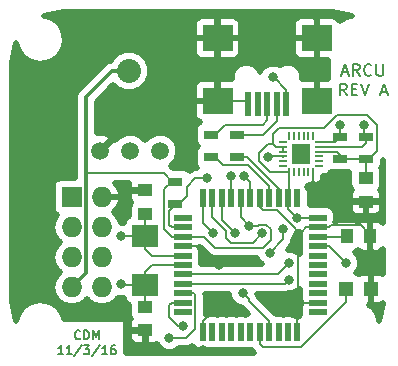
<source format=gtl>
G04 #@! TF.FileFunction,Copper,L1,Top,Signal*
%FSLAX46Y46*%
G04 Gerber Fmt 4.6, Leading zero omitted, Abs format (unit mm)*
G04 Created by KiCad (PCBNEW 4.0.4+e1-6308~48~ubuntu16.04.1-stable) date Tue Nov 15 18:16:49 2016*
%MOMM*%
%LPD*%
G01*
G04 APERTURE LIST*
%ADD10C,0.100000*%
%ADD11C,0.150000*%
%ADD12R,1.250000X1.000000*%
%ADD13R,1.000000X1.250000*%
%ADD14R,1.198880X1.198880*%
%ADD15C,1.500000*%
%ADD16R,1.300000X0.700000*%
%ADD17R,0.550000X1.500000*%
%ADD18R,1.500000X0.550000*%
%ADD19R,1.727200X1.727200*%
%ADD20O,1.727200X1.727200*%
%ADD21R,2.500000X2.200000*%
%ADD22R,0.500000X2.000000*%
%ADD23R,2.200000X1.900000*%
%ADD24R,0.200000X0.700000*%
%ADD25R,0.700000X0.200000*%
%ADD26R,1.600000X1.750000*%
%ADD27C,0.800000*%
%ADD28C,2.032000*%
%ADD29C,0.203200*%
%ADD30C,0.304800*%
%ADD31C,0.508000*%
G04 APERTURE END LIST*
D10*
D11*
X165878095Y-92305667D02*
X166354286Y-92305667D01*
X165782857Y-92591381D02*
X166116190Y-91591381D01*
X166449524Y-92591381D01*
X167354286Y-92591381D02*
X167020952Y-92115190D01*
X166782857Y-92591381D02*
X166782857Y-91591381D01*
X167163810Y-91591381D01*
X167259048Y-91639000D01*
X167306667Y-91686619D01*
X167354286Y-91781857D01*
X167354286Y-91924714D01*
X167306667Y-92019952D01*
X167259048Y-92067571D01*
X167163810Y-92115190D01*
X166782857Y-92115190D01*
X168354286Y-92496143D02*
X168306667Y-92543762D01*
X168163810Y-92591381D01*
X168068572Y-92591381D01*
X167925714Y-92543762D01*
X167830476Y-92448524D01*
X167782857Y-92353286D01*
X167735238Y-92162810D01*
X167735238Y-92019952D01*
X167782857Y-91829476D01*
X167830476Y-91734238D01*
X167925714Y-91639000D01*
X168068572Y-91591381D01*
X168163810Y-91591381D01*
X168306667Y-91639000D01*
X168354286Y-91686619D01*
X168782857Y-91591381D02*
X168782857Y-92400905D01*
X168830476Y-92496143D01*
X168878095Y-92543762D01*
X168973333Y-92591381D01*
X169163810Y-92591381D01*
X169259048Y-92543762D01*
X169306667Y-92496143D01*
X169354286Y-92400905D01*
X169354286Y-91591381D01*
X166259048Y-94241381D02*
X165925714Y-93765190D01*
X165687619Y-94241381D02*
X165687619Y-93241381D01*
X166068572Y-93241381D01*
X166163810Y-93289000D01*
X166211429Y-93336619D01*
X166259048Y-93431857D01*
X166259048Y-93574714D01*
X166211429Y-93669952D01*
X166163810Y-93717571D01*
X166068572Y-93765190D01*
X165687619Y-93765190D01*
X166687619Y-93717571D02*
X167020953Y-93717571D01*
X167163810Y-94241381D02*
X166687619Y-94241381D01*
X166687619Y-93241381D01*
X167163810Y-93241381D01*
X167449524Y-93241381D02*
X167782857Y-94241381D01*
X168116191Y-93241381D01*
X169163810Y-93955667D02*
X169640001Y-93955667D01*
X169068572Y-94241381D02*
X169401905Y-93241381D01*
X169735239Y-94241381D01*
X143700572Y-114819357D02*
X143664858Y-114855071D01*
X143557715Y-114890786D01*
X143486286Y-114890786D01*
X143379143Y-114855071D01*
X143307715Y-114783643D01*
X143272000Y-114712214D01*
X143236286Y-114569357D01*
X143236286Y-114462214D01*
X143272000Y-114319357D01*
X143307715Y-114247929D01*
X143379143Y-114176500D01*
X143486286Y-114140786D01*
X143557715Y-114140786D01*
X143664858Y-114176500D01*
X143700572Y-114212214D01*
X144022000Y-114890786D02*
X144022000Y-114140786D01*
X144200572Y-114140786D01*
X144307715Y-114176500D01*
X144379143Y-114247929D01*
X144414858Y-114319357D01*
X144450572Y-114462214D01*
X144450572Y-114569357D01*
X144414858Y-114712214D01*
X144379143Y-114783643D01*
X144307715Y-114855071D01*
X144200572Y-114890786D01*
X144022000Y-114890786D01*
X144772000Y-114890786D02*
X144772000Y-114140786D01*
X145022000Y-114676500D01*
X145272000Y-114140786D01*
X145272000Y-114890786D01*
X142272000Y-116165786D02*
X141843428Y-116165786D01*
X142057714Y-116165786D02*
X142057714Y-115415786D01*
X141986285Y-115522929D01*
X141914857Y-115594357D01*
X141843428Y-115630071D01*
X142986286Y-116165786D02*
X142557714Y-116165786D01*
X142772000Y-116165786D02*
X142772000Y-115415786D01*
X142700571Y-115522929D01*
X142629143Y-115594357D01*
X142557714Y-115630071D01*
X143843429Y-115380071D02*
X143200572Y-116344357D01*
X144022000Y-115415786D02*
X144486286Y-115415786D01*
X144236286Y-115701500D01*
X144343428Y-115701500D01*
X144414857Y-115737214D01*
X144450571Y-115772929D01*
X144486286Y-115844357D01*
X144486286Y-116022929D01*
X144450571Y-116094357D01*
X144414857Y-116130071D01*
X144343428Y-116165786D01*
X144129143Y-116165786D01*
X144057714Y-116130071D01*
X144022000Y-116094357D01*
X145343429Y-115380071D02*
X144700572Y-116344357D01*
X145986286Y-116165786D02*
X145557714Y-116165786D01*
X145772000Y-116165786D02*
X145772000Y-115415786D01*
X145700571Y-115522929D01*
X145629143Y-115594357D01*
X145557714Y-115630071D01*
X146629143Y-115415786D02*
X146486286Y-115415786D01*
X146414857Y-115451500D01*
X146379143Y-115487214D01*
X146307714Y-115594357D01*
X146272000Y-115737214D01*
X146272000Y-116022929D01*
X146307714Y-116094357D01*
X146343429Y-116130071D01*
X146414857Y-116165786D01*
X146557714Y-116165786D01*
X146629143Y-116130071D01*
X146664857Y-116094357D01*
X146700572Y-116022929D01*
X146700572Y-115844357D01*
X146664857Y-115772929D01*
X146629143Y-115737214D01*
X146557714Y-115701500D01*
X146414857Y-115701500D01*
X146343429Y-115737214D01*
X146307714Y-115772929D01*
X146272000Y-115844357D01*
D12*
X149225000Y-112141000D03*
X149225000Y-114141000D03*
X149225000Y-104292400D03*
X149225000Y-102292400D03*
D13*
X166259000Y-106172000D03*
X168259000Y-106172000D03*
D12*
X167894000Y-101235000D03*
X167894000Y-103235000D03*
D14*
X168308020Y-110617000D03*
X166209980Y-110617000D03*
D15*
X145415000Y-98933000D03*
X147955000Y-98933000D03*
X150495000Y-98933000D03*
D16*
X151765000Y-103439000D03*
X151765000Y-101539000D03*
X156972000Y-97599500D03*
X156972000Y-99499500D03*
X154813000Y-97602000D03*
X154813000Y-99502000D03*
X167894000Y-99629000D03*
X167894000Y-97729000D03*
X165735000Y-99629000D03*
X165735000Y-97729000D03*
D17*
X162100000Y-102910000D03*
X161300000Y-102910000D03*
X160500000Y-102910000D03*
X159700000Y-102910000D03*
X158900000Y-102910000D03*
X158100000Y-102910000D03*
X157300000Y-102910000D03*
X156500000Y-102910000D03*
X155700000Y-102910000D03*
X154900000Y-102910000D03*
X154100000Y-102910000D03*
D18*
X152400000Y-104610000D03*
X152400000Y-105410000D03*
X152400000Y-106210000D03*
X152400000Y-107010000D03*
X152400000Y-107810000D03*
X152400000Y-108610000D03*
X152400000Y-109410000D03*
X152400000Y-110210000D03*
X152400000Y-111010000D03*
X152400000Y-111810000D03*
X152400000Y-112610000D03*
D17*
X154100000Y-114310000D03*
X154900000Y-114310000D03*
X155700000Y-114310000D03*
X156500000Y-114310000D03*
X157300000Y-114310000D03*
X158100000Y-114310000D03*
X158900000Y-114310000D03*
X159700000Y-114310000D03*
X160500000Y-114310000D03*
X161300000Y-114310000D03*
X162100000Y-114310000D03*
D18*
X163800000Y-112610000D03*
X163800000Y-111810000D03*
X163800000Y-111010000D03*
X163800000Y-110210000D03*
X163800000Y-109410000D03*
X163800000Y-108610000D03*
X163800000Y-107810000D03*
X163800000Y-107010000D03*
X163800000Y-106210000D03*
X163800000Y-105410000D03*
X163800000Y-104610000D03*
D19*
X143002000Y-102870000D03*
D20*
X145542000Y-102870000D03*
X143002000Y-105410000D03*
X145542000Y-105410000D03*
X143002000Y-107950000D03*
X145542000Y-107950000D03*
X143002000Y-110490000D03*
X145542000Y-110490000D03*
D21*
X163740000Y-94710000D03*
X155340000Y-94710000D03*
X163740000Y-89410000D03*
X155340000Y-89410000D03*
D22*
X161140000Y-94960000D03*
X160340000Y-94960000D03*
X159540000Y-94960000D03*
X158740000Y-94960000D03*
X157940000Y-94960000D03*
D23*
X149225000Y-110321200D03*
X149225000Y-106121200D03*
D24*
X163414042Y-97666352D03*
X163014042Y-97666352D03*
X162614042Y-97666352D03*
X162214042Y-97666352D03*
X161814042Y-97666352D03*
X161414042Y-97666352D03*
D25*
X160864042Y-98216352D03*
X160864042Y-98616352D03*
X160864042Y-99016352D03*
X160864042Y-99416352D03*
X160864042Y-99816352D03*
X160864042Y-100216352D03*
D24*
X161414042Y-100766352D03*
X161814042Y-100766352D03*
X162214042Y-100766352D03*
X162614042Y-100766352D03*
X163014042Y-100766352D03*
X163414042Y-100766352D03*
D25*
X163964042Y-100216352D03*
X163964042Y-99816352D03*
X163964042Y-99416352D03*
X163964042Y-99016352D03*
X163964042Y-98616352D03*
X163964042Y-98216352D03*
D26*
X162414042Y-99216352D03*
D27*
X163068000Y-101981000D03*
X148971000Y-96901000D03*
X162179000Y-111887000D03*
X155448000Y-108585000D03*
X153035000Y-100457000D03*
X154940000Y-112522000D03*
X147193000Y-110236000D03*
X147193000Y-106172000D03*
X157607000Y-101092000D03*
X158015000Y-105283000D03*
X162037878Y-104616201D03*
D28*
X147828000Y-92202000D03*
D27*
X157480000Y-111014800D03*
X154940000Y-105918000D03*
X156845000Y-105918000D03*
X159131000Y-105918000D03*
X156464000Y-101092000D03*
X160909000Y-105537000D03*
X159766000Y-107569000D03*
X154432000Y-101219000D03*
X167769420Y-96771580D03*
X161417000Y-108458000D03*
X165730047Y-96774113D03*
X161417000Y-109855000D03*
X151257000Y-114808000D03*
X152400000Y-113792000D03*
X166243000Y-108458000D03*
X160020000Y-92710000D03*
X159639000Y-99441000D03*
D29*
X163800000Y-105410000D02*
X162846800Y-105410000D01*
X162846800Y-105410000D02*
X162465800Y-105791000D01*
X162465800Y-105791000D02*
X162179000Y-105791000D01*
X158900000Y-102910000D02*
X158900000Y-103683642D01*
X158900000Y-103683642D02*
X159181159Y-103964801D01*
X159181159Y-103964801D02*
X160343372Y-103964801D01*
X160343372Y-103964801D02*
X161788571Y-105410000D01*
X161788571Y-105410000D02*
X161798000Y-105410000D01*
X161798000Y-105410000D02*
X162179000Y-105791000D01*
X162179000Y-105791000D02*
X162179000Y-111321315D01*
X162179000Y-111321315D02*
X162179000Y-111887000D01*
X163068000Y-101854000D02*
X163418843Y-101503157D01*
X163418843Y-101503157D02*
X163418843Y-101360193D01*
X163418843Y-101360193D02*
X163418843Y-100766352D01*
X163068000Y-101981000D02*
X163068000Y-101854000D01*
X163800000Y-105410000D02*
X164753200Y-105410000D01*
X164753200Y-105410000D02*
X164921001Y-105242199D01*
X164921001Y-105242199D02*
X167454199Y-105242199D01*
X167454199Y-105242199D02*
X168259000Y-106047000D01*
X168259000Y-106047000D02*
X168259000Y-106172000D01*
X163800000Y-111810000D02*
X162256000Y-111810000D01*
X162256000Y-111810000D02*
X162179000Y-111887000D01*
X162100000Y-114310000D02*
X162100000Y-111966000D01*
X162100000Y-111966000D02*
X162179000Y-111887000D01*
X152400000Y-107010000D02*
X153873000Y-107010000D01*
X153873000Y-107010000D02*
X155448000Y-108585000D01*
X155448000Y-108302172D02*
X155448000Y-108585000D01*
X149225000Y-102292400D02*
X149100000Y-102292400D01*
X155340000Y-94710000D02*
X157690000Y-94710000D01*
X157690000Y-94710000D02*
X157940000Y-94960000D01*
X154100000Y-114310000D02*
X154100000Y-113356800D01*
X154100000Y-113356800D02*
X154934800Y-112522000D01*
X154934800Y-112522000D02*
X154940000Y-112522000D01*
X149225000Y-110321200D02*
X147278200Y-110321200D01*
X147278200Y-110321200D02*
X147193000Y-110236000D01*
X149225000Y-112141000D02*
X149225000Y-110321200D01*
X149225000Y-110321200D02*
X149225000Y-109168000D01*
X149225000Y-109168000D02*
X149783000Y-108610000D01*
X149783000Y-108610000D02*
X151446800Y-108610000D01*
X151446800Y-108610000D02*
X152400000Y-108610000D01*
X149225000Y-106121200D02*
X147243800Y-106121200D01*
X147243800Y-106121200D02*
X147193000Y-106172000D01*
X149225000Y-104292400D02*
X149225000Y-106121200D01*
X149225000Y-106121200D02*
X149225000Y-107274400D01*
X149225000Y-107274400D02*
X149760600Y-107810000D01*
X149760600Y-107810000D02*
X151446800Y-107810000D01*
X151446800Y-107810000D02*
X152400000Y-107810000D01*
X157607000Y-101092000D02*
X158100000Y-101585000D01*
X158100000Y-101585000D02*
X158100000Y-102910000D01*
X158063077Y-102873077D02*
X158100000Y-102910000D01*
X163800000Y-106210000D02*
X166221000Y-106210000D01*
X166221000Y-106210000D02*
X166259000Y-106172000D01*
D30*
X144221201Y-100838000D02*
X144221201Y-99248491D01*
X144221201Y-99248491D02*
X144182399Y-99209689D01*
X144182399Y-99209689D02*
X144182399Y-94410761D01*
X144182399Y-94410761D02*
X146391160Y-92202000D01*
X146391160Y-92202000D02*
X147828000Y-92202000D01*
D29*
X158015000Y-105283000D02*
X158722894Y-105283000D01*
X158722894Y-105283000D02*
X158792695Y-105213199D01*
X158792695Y-105213199D02*
X159469305Y-105213199D01*
X159469305Y-105213199D02*
X159835801Y-105579695D01*
X157314398Y-104582398D02*
X158015000Y-105283000D01*
X157300000Y-104582398D02*
X157314398Y-104582398D01*
X157300000Y-104582398D02*
X157300000Y-102910000D01*
X152400000Y-106210000D02*
X154188894Y-106210000D01*
X154188894Y-106210000D02*
X155108105Y-107129211D01*
X155108105Y-107129211D02*
X159162683Y-107129211D01*
X159162683Y-107129211D02*
X159835801Y-106456093D01*
X159835801Y-106456093D02*
X159835801Y-105579695D01*
X162037878Y-104616201D02*
X162034000Y-104610000D01*
X161300000Y-103876000D02*
X162037878Y-104616201D01*
X160864042Y-99016352D02*
X160864042Y-98616352D01*
D30*
X144221201Y-100838000D02*
X144221201Y-109270799D01*
D29*
X151765000Y-101539000D02*
X151465000Y-101539000D01*
X151465000Y-101539000D02*
X150764000Y-100838000D01*
X150764000Y-100838000D02*
X144221201Y-100838000D01*
D30*
X144221201Y-109270799D02*
X143865599Y-109626401D01*
X143865599Y-109626401D02*
X143002000Y-110490000D01*
D29*
X151465000Y-101539000D02*
X150810199Y-102193801D01*
X150810199Y-102193801D02*
X150810199Y-105573399D01*
X150810199Y-105573399D02*
X151446800Y-106210000D01*
X151446800Y-106210000D02*
X152400000Y-106210000D01*
X162034000Y-104610000D02*
X163800000Y-104610000D01*
X161300000Y-102910000D02*
X161300000Y-103876000D01*
X161414042Y-100766352D02*
X159796614Y-100766352D01*
X159796614Y-100766352D02*
X158808799Y-99778537D01*
X158808799Y-99778537D02*
X158808799Y-99103463D01*
X158808799Y-99103463D02*
X159586752Y-98325510D01*
X159586752Y-98325510D02*
X160020000Y-98325510D01*
X161414042Y-100766352D02*
X161414042Y-102795958D01*
X161414042Y-102795958D02*
X161300000Y-102910000D01*
X160864042Y-98616352D02*
X160310842Y-98616352D01*
X160020000Y-98325510D02*
X160020000Y-97536000D01*
X160544449Y-97011551D02*
X164354449Y-97011551D01*
X160310842Y-98616352D02*
X160020000Y-98325510D01*
X160020000Y-97536000D02*
X160544449Y-97011551D01*
X164354449Y-97011551D02*
X165481000Y-95885000D01*
X168848801Y-98974199D02*
X168194000Y-99629000D01*
X165481000Y-95885000D02*
X168021000Y-95885000D01*
X168021000Y-95885000D02*
X168848801Y-96712801D01*
X168848801Y-96712801D02*
X168848801Y-98974199D01*
X168194000Y-99629000D02*
X167894000Y-99629000D01*
X167894000Y-99629000D02*
X167894000Y-101235000D01*
X165735000Y-99629000D02*
X166588200Y-99629000D01*
X166588200Y-99629000D02*
X167894000Y-99629000D01*
X163964042Y-99016352D02*
X165437352Y-99016352D01*
X165437352Y-99016352D02*
X165735000Y-99314000D01*
X165735000Y-99314000D02*
X165735000Y-99629000D01*
X166209980Y-111773662D02*
X162413642Y-115570000D01*
X166209980Y-110617000D02*
X166209980Y-111773662D01*
X162413642Y-115570000D02*
X159206800Y-115570000D01*
X159206800Y-115570000D02*
X158900000Y-115263200D01*
X158900000Y-115263200D02*
X158900000Y-114310000D01*
X157480000Y-111014800D02*
X157979999Y-111514799D01*
X157979999Y-111514799D02*
X157979999Y-111636799D01*
X157979999Y-111636799D02*
X159700000Y-113356800D01*
X159700000Y-114310000D02*
X159700000Y-113356800D01*
X157358000Y-111014800D02*
X157353000Y-111014800D01*
X154940000Y-105918000D02*
X154100000Y-105078000D01*
X154100000Y-105078000D02*
X154100000Y-102910000D01*
X155700000Y-102910000D02*
X155700000Y-104773000D01*
X155700000Y-104773000D02*
X156845000Y-105918000D01*
X158326199Y-106722801D02*
X159131000Y-105918000D01*
X156458695Y-106722801D02*
X158326199Y-106722801D01*
X156040199Y-106304305D02*
X156458695Y-106722801D01*
X156040199Y-105687949D02*
X156040199Y-106304305D01*
X154900000Y-102910000D02*
X154900000Y-104547750D01*
X154900000Y-104547750D02*
X156040199Y-105687949D01*
X156464000Y-101092000D02*
X156464000Y-102874000D01*
X156464000Y-102874000D02*
X156500000Y-102910000D01*
X156972000Y-99499500D02*
X157863142Y-99499500D01*
X157863142Y-99499500D02*
X160500000Y-102136358D01*
X160500000Y-102136358D02*
X160500000Y-102910000D01*
X160340000Y-94960000D02*
X160340000Y-96454000D01*
X160340000Y-96454000D02*
X159194500Y-97599500D01*
X159194500Y-97599500D02*
X156972000Y-97599500D01*
X159700000Y-102910000D02*
X159700000Y-101911108D01*
X159700000Y-101911108D02*
X157943193Y-100154301D01*
X157943193Y-100154301D02*
X155765301Y-100154301D01*
X155765301Y-100154301D02*
X155113000Y-99502000D01*
X155113000Y-99502000D02*
X154813000Y-99502000D01*
X159766000Y-107569000D02*
X160909000Y-106426000D01*
X160909000Y-106426000D02*
X160909000Y-105537000D01*
X154432000Y-101219000D02*
X153464106Y-101219000D01*
X153464106Y-101219000D02*
X152719801Y-101963305D01*
X152719801Y-101963305D02*
X152719801Y-102784199D01*
X152719801Y-102784199D02*
X152065000Y-103439000D01*
X152065000Y-103439000D02*
X151765000Y-103439000D01*
X151257000Y-104013000D02*
X151257000Y-105220200D01*
X151257000Y-105220200D02*
X151446800Y-105410000D01*
X151446800Y-105410000D02*
X152400000Y-105410000D01*
X151765000Y-103439000D02*
X151765000Y-103505000D01*
X151765000Y-103505000D02*
X151257000Y-104013000D01*
X167769420Y-96771580D02*
X167769420Y-97604420D01*
X167769420Y-97604420D02*
X167894000Y-97729000D01*
X152400000Y-109410000D02*
X160465000Y-109410000D01*
X160465000Y-109410000D02*
X161417000Y-108458000D01*
X163964042Y-98616352D02*
X167559848Y-98616352D01*
X167559848Y-98616352D02*
X167894000Y-98282200D01*
X167894000Y-98282200D02*
X167894000Y-97729000D01*
X165730047Y-96774113D02*
X165730047Y-97724047D01*
X165730047Y-97724047D02*
X165735000Y-97729000D01*
X152400000Y-110210000D02*
X161062000Y-110210000D01*
X161062000Y-110210000D02*
X161417000Y-109855000D01*
X163964042Y-98216352D02*
X165247648Y-98216352D01*
X165247648Y-98216352D02*
X165735000Y-97729000D01*
X151257000Y-114808000D02*
X152654000Y-114808000D01*
X152654000Y-114808000D02*
X153454801Y-114007199D01*
X152400000Y-111010000D02*
X153353200Y-111010000D01*
X153353200Y-111010000D02*
X153454801Y-111111601D01*
X153454801Y-111111601D02*
X153454801Y-114007199D01*
X151257000Y-111999800D02*
X151257000Y-113040642D01*
X151257000Y-113040642D02*
X152008358Y-113792000D01*
X152008358Y-113792000D02*
X152400000Y-113792000D01*
X152400000Y-111810000D02*
X151446800Y-111810000D01*
X151446800Y-111810000D02*
X151257000Y-111999800D01*
X166243000Y-108458000D02*
X164795000Y-107010000D01*
X164795000Y-107010000D02*
X163800000Y-107010000D01*
X161140000Y-94960000D02*
X161140000Y-93756800D01*
X161140000Y-93756800D02*
X160093200Y-92710000D01*
X160093200Y-92710000D02*
X160020000Y-92710000D01*
X159540000Y-94960000D02*
X159540000Y-96365000D01*
X159540000Y-96365000D02*
X159156410Y-96748590D01*
X159156410Y-96748590D02*
X155966410Y-96748590D01*
X155113000Y-97602000D02*
X154813000Y-97602000D01*
X155966410Y-96748590D02*
X155113000Y-97602000D01*
X160864042Y-99416352D02*
X159663648Y-99416352D01*
X159663648Y-99416352D02*
X159639000Y-99441000D01*
X160839394Y-99441000D02*
X160864042Y-99416352D01*
D31*
G36*
X166718853Y-87509918D02*
X166208253Y-87611483D01*
X165673461Y-87968820D01*
X165635992Y-87878362D01*
X165421638Y-87664008D01*
X165141571Y-87548000D01*
X163943200Y-87548000D01*
X163752700Y-87738500D01*
X163752700Y-89397300D01*
X163772700Y-89397300D01*
X163772700Y-89422700D01*
X163752700Y-89422700D01*
X163752700Y-91081500D01*
X163943200Y-91272000D01*
X164687524Y-91272000D01*
X164687524Y-92848000D01*
X163943200Y-92848000D01*
X163752700Y-93038500D01*
X163752700Y-94697300D01*
X163772700Y-94697300D01*
X163772700Y-94722700D01*
X163752700Y-94722700D01*
X163752700Y-94742700D01*
X163727300Y-94742700D01*
X163727300Y-94722700D01*
X163707300Y-94722700D01*
X163707300Y-94697300D01*
X163727300Y-94697300D01*
X163727300Y-93038500D01*
X163536800Y-92848000D01*
X162501880Y-92848000D01*
X162502209Y-92469976D01*
X162318082Y-92024354D01*
X161977439Y-91683116D01*
X161532139Y-91498211D01*
X161049976Y-91497791D01*
X160604354Y-91681918D01*
X160595488Y-91690769D01*
X160252150Y-91548202D01*
X159789878Y-91547799D01*
X159362640Y-91724330D01*
X159035479Y-92050920D01*
X158932014Y-92300091D01*
X158818082Y-92024354D01*
X158477439Y-91683116D01*
X158032139Y-91498211D01*
X157549976Y-91497791D01*
X157104354Y-91681918D01*
X156763116Y-92022561D01*
X156578211Y-92467861D01*
X156577880Y-92848000D01*
X155543200Y-92848000D01*
X155352700Y-93038500D01*
X155352700Y-94697300D01*
X155372700Y-94697300D01*
X155372700Y-94722700D01*
X155352700Y-94722700D01*
X155352700Y-94742700D01*
X155327300Y-94742700D01*
X155327300Y-94722700D01*
X153518500Y-94722700D01*
X153328000Y-94913200D01*
X153328000Y-95961571D01*
X153444008Y-96241638D01*
X153658362Y-96455992D01*
X153861853Y-96540281D01*
X153621271Y-96695092D01*
X153447283Y-96949731D01*
X153386072Y-97252000D01*
X153386072Y-97952000D01*
X153439205Y-98234380D01*
X153606092Y-98493729D01*
X153689853Y-98550961D01*
X153621271Y-98595092D01*
X153447283Y-98849731D01*
X153386072Y-99152000D01*
X153386072Y-99852000D01*
X153439205Y-100134380D01*
X153581428Y-100355400D01*
X153464106Y-100355400D01*
X153195105Y-100408908D01*
X153133620Y-100421138D01*
X152884535Y-100587571D01*
X152717269Y-100473283D01*
X152415000Y-100412072D01*
X151559386Y-100412072D01*
X151374657Y-100227343D01*
X151353031Y-100212893D01*
X151776064Y-99790598D01*
X152006737Y-99235075D01*
X152007262Y-98633564D01*
X151777559Y-98077640D01*
X151352598Y-97651936D01*
X150797075Y-97421263D01*
X150195564Y-97420738D01*
X149639640Y-97650441D01*
X149224649Y-98064708D01*
X148812598Y-97651936D01*
X148257075Y-97421263D01*
X147655564Y-97420738D01*
X147099640Y-97650441D01*
X146686675Y-98062685D01*
X146669621Y-98037162D01*
X146379325Y-97986635D01*
X145432961Y-98933000D01*
X145447103Y-98947142D01*
X145429142Y-98965103D01*
X145415000Y-98950961D01*
X145400858Y-98965103D01*
X145382897Y-98947142D01*
X145397039Y-98933000D01*
X145382897Y-98918858D01*
X145400858Y-98900897D01*
X145415000Y-98915039D01*
X146361365Y-97968675D01*
X146310838Y-97678379D01*
X145762524Y-97431059D01*
X145161302Y-97412396D01*
X145096799Y-97436798D01*
X145096799Y-94789517D01*
X146498985Y-93387332D01*
X146819529Y-93708436D01*
X147472782Y-93979691D01*
X148180114Y-93980308D01*
X148833840Y-93710194D01*
X149086044Y-93458429D01*
X153328000Y-93458429D01*
X153328000Y-94506800D01*
X153518500Y-94697300D01*
X155327300Y-94697300D01*
X155327300Y-93038500D01*
X155136800Y-92848000D01*
X153938429Y-92848000D01*
X153658362Y-92964008D01*
X153444008Y-93178362D01*
X153328000Y-93458429D01*
X149086044Y-93458429D01*
X149334436Y-93210471D01*
X149605691Y-92557218D01*
X149606308Y-91849886D01*
X149336194Y-91196160D01*
X148836471Y-90695564D01*
X148183218Y-90424309D01*
X147475886Y-90423692D01*
X146822160Y-90693806D01*
X146321564Y-91193529D01*
X146272719Y-91311159D01*
X146041234Y-91357205D01*
X145922412Y-91436599D01*
X145744582Y-91555421D01*
X143535821Y-93764183D01*
X143337604Y-94060835D01*
X143267999Y-94410761D01*
X143267999Y-99209689D01*
X143306801Y-99404759D01*
X143306801Y-101229472D01*
X142138400Y-101229472D01*
X141856020Y-101282605D01*
X141596671Y-101449492D01*
X141422683Y-101704131D01*
X141361472Y-102006400D01*
X141361472Y-103733600D01*
X141414605Y-104015980D01*
X141581492Y-104275329D01*
X141738917Y-104382894D01*
X141468294Y-104787910D01*
X141344553Y-105410000D01*
X141468294Y-106032090D01*
X141820680Y-106559473D01*
X142001061Y-106680000D01*
X141820680Y-106800527D01*
X141468294Y-107327910D01*
X141344553Y-107950000D01*
X141468294Y-108572090D01*
X141820680Y-109099473D01*
X142001061Y-109220000D01*
X141820680Y-109340527D01*
X141468294Y-109867910D01*
X141344553Y-110490000D01*
X141468294Y-111112090D01*
X141820680Y-111639473D01*
X142348063Y-111991859D01*
X142970153Y-112115600D01*
X143033847Y-112115600D01*
X143655937Y-111991859D01*
X144183320Y-111639473D01*
X144272000Y-111506754D01*
X144360680Y-111639473D01*
X144888063Y-111991859D01*
X145510153Y-112115600D01*
X145573847Y-112115600D01*
X146195937Y-111991859D01*
X146723320Y-111639473D01*
X146901319Y-111373079D01*
X146960850Y-111397798D01*
X147371960Y-111398156D01*
X147401205Y-111553580D01*
X147568092Y-111812929D01*
X147822731Y-111986917D01*
X147823072Y-111986986D01*
X147823072Y-112641000D01*
X147876205Y-112923380D01*
X148018640Y-113144730D01*
X147954008Y-113209362D01*
X147838000Y-113489429D01*
X147838000Y-113937800D01*
X148028500Y-114128300D01*
X149212300Y-114128300D01*
X149212300Y-114108300D01*
X149237700Y-114108300D01*
X149237700Y-114128300D01*
X149257700Y-114128300D01*
X149257700Y-114153700D01*
X149237700Y-114153700D01*
X149237700Y-115212500D01*
X149428200Y-115403000D01*
X150001571Y-115403000D01*
X150209907Y-115316704D01*
X150271330Y-115465360D01*
X150597920Y-115792521D01*
X151024850Y-115969798D01*
X151487122Y-115970201D01*
X151914360Y-115793670D01*
X152036643Y-115671600D01*
X152654000Y-115671600D01*
X152984485Y-115605862D01*
X153173898Y-115479300D01*
X153179008Y-115491638D01*
X153393362Y-115705992D01*
X153673429Y-115822000D01*
X153896800Y-115822000D01*
X154087300Y-115631500D01*
X154087300Y-115614853D01*
X154114937Y-115633737D01*
X154303200Y-115822000D01*
X154526571Y-115822000D01*
X154534685Y-115818639D01*
X154625000Y-115836928D01*
X155175000Y-115836928D01*
X155304590Y-115812544D01*
X155425000Y-115836928D01*
X155975000Y-115836928D01*
X156104590Y-115812544D01*
X156225000Y-115836928D01*
X156775000Y-115836928D01*
X156904590Y-115812544D01*
X157025000Y-115836928D01*
X157575000Y-115836928D01*
X157704590Y-115812544D01*
X157825000Y-115836928D01*
X158264668Y-115836928D01*
X158289343Y-115873857D01*
X158443485Y-116028000D01*
X147605429Y-116028000D01*
X147605429Y-114344200D01*
X147838000Y-114344200D01*
X147838000Y-114792571D01*
X147954008Y-115072638D01*
X148168362Y-115286992D01*
X148448429Y-115403000D01*
X149021800Y-115403000D01*
X149212300Y-115212500D01*
X149212300Y-114153700D01*
X148028500Y-114153700D01*
X147838000Y-114344200D01*
X147605429Y-114344200D01*
X147605429Y-113189500D01*
X142322417Y-113189500D01*
X142258517Y-112868253D01*
X141807196Y-112192804D01*
X141131747Y-111741483D01*
X140335000Y-111583000D01*
X139538253Y-111741483D01*
X138862804Y-112192804D01*
X138411483Y-112868253D01*
X138309918Y-113378853D01*
X137972000Y-111680024D01*
X137972000Y-91519976D01*
X138309918Y-89821147D01*
X138411483Y-90331747D01*
X138862804Y-91007196D01*
X139538253Y-91458517D01*
X140335000Y-91617000D01*
X141131747Y-91458517D01*
X141807196Y-91007196D01*
X142258517Y-90331747D01*
X142401445Y-89613200D01*
X153328000Y-89613200D01*
X153328000Y-90661571D01*
X153444008Y-90941638D01*
X153658362Y-91155992D01*
X153938429Y-91272000D01*
X155136800Y-91272000D01*
X155327300Y-91081500D01*
X155327300Y-89422700D01*
X155352700Y-89422700D01*
X155352700Y-91081500D01*
X155543200Y-91272000D01*
X156741571Y-91272000D01*
X157021638Y-91155992D01*
X157235992Y-90941638D01*
X157352000Y-90661571D01*
X157352000Y-89613200D01*
X161728000Y-89613200D01*
X161728000Y-90661571D01*
X161844008Y-90941638D01*
X162058362Y-91155992D01*
X162338429Y-91272000D01*
X163536800Y-91272000D01*
X163727300Y-91081500D01*
X163727300Y-89422700D01*
X161918500Y-89422700D01*
X161728000Y-89613200D01*
X157352000Y-89613200D01*
X157161500Y-89422700D01*
X155352700Y-89422700D01*
X155327300Y-89422700D01*
X153518500Y-89422700D01*
X153328000Y-89613200D01*
X142401445Y-89613200D01*
X142417000Y-89535000D01*
X142258517Y-88738253D01*
X141871091Y-88158429D01*
X153328000Y-88158429D01*
X153328000Y-89206800D01*
X153518500Y-89397300D01*
X155327300Y-89397300D01*
X155327300Y-87738500D01*
X155352700Y-87738500D01*
X155352700Y-89397300D01*
X157161500Y-89397300D01*
X157352000Y-89206800D01*
X157352000Y-88158429D01*
X161728000Y-88158429D01*
X161728000Y-89206800D01*
X161918500Y-89397300D01*
X163727300Y-89397300D01*
X163727300Y-87738500D01*
X163536800Y-87548000D01*
X162338429Y-87548000D01*
X162058362Y-87664008D01*
X161844008Y-87878362D01*
X161728000Y-88158429D01*
X157352000Y-88158429D01*
X157235992Y-87878362D01*
X157021638Y-87664008D01*
X156741571Y-87548000D01*
X155543200Y-87548000D01*
X155352700Y-87738500D01*
X155327300Y-87738500D01*
X155136800Y-87548000D01*
X153938429Y-87548000D01*
X153658362Y-87664008D01*
X153444008Y-87878362D01*
X153328000Y-88158429D01*
X141871091Y-88158429D01*
X141807196Y-88062804D01*
X141131747Y-87611483D01*
X140621147Y-87509918D01*
X142319976Y-87172000D01*
X165020024Y-87172000D01*
X166718853Y-87509918D01*
X166718853Y-87509918D01*
G37*
X166718853Y-87509918D02*
X166208253Y-87611483D01*
X165673461Y-87968820D01*
X165635992Y-87878362D01*
X165421638Y-87664008D01*
X165141571Y-87548000D01*
X163943200Y-87548000D01*
X163752700Y-87738500D01*
X163752700Y-89397300D01*
X163772700Y-89397300D01*
X163772700Y-89422700D01*
X163752700Y-89422700D01*
X163752700Y-91081500D01*
X163943200Y-91272000D01*
X164687524Y-91272000D01*
X164687524Y-92848000D01*
X163943200Y-92848000D01*
X163752700Y-93038500D01*
X163752700Y-94697300D01*
X163772700Y-94697300D01*
X163772700Y-94722700D01*
X163752700Y-94722700D01*
X163752700Y-94742700D01*
X163727300Y-94742700D01*
X163727300Y-94722700D01*
X163707300Y-94722700D01*
X163707300Y-94697300D01*
X163727300Y-94697300D01*
X163727300Y-93038500D01*
X163536800Y-92848000D01*
X162501880Y-92848000D01*
X162502209Y-92469976D01*
X162318082Y-92024354D01*
X161977439Y-91683116D01*
X161532139Y-91498211D01*
X161049976Y-91497791D01*
X160604354Y-91681918D01*
X160595488Y-91690769D01*
X160252150Y-91548202D01*
X159789878Y-91547799D01*
X159362640Y-91724330D01*
X159035479Y-92050920D01*
X158932014Y-92300091D01*
X158818082Y-92024354D01*
X158477439Y-91683116D01*
X158032139Y-91498211D01*
X157549976Y-91497791D01*
X157104354Y-91681918D01*
X156763116Y-92022561D01*
X156578211Y-92467861D01*
X156577880Y-92848000D01*
X155543200Y-92848000D01*
X155352700Y-93038500D01*
X155352700Y-94697300D01*
X155372700Y-94697300D01*
X155372700Y-94722700D01*
X155352700Y-94722700D01*
X155352700Y-94742700D01*
X155327300Y-94742700D01*
X155327300Y-94722700D01*
X153518500Y-94722700D01*
X153328000Y-94913200D01*
X153328000Y-95961571D01*
X153444008Y-96241638D01*
X153658362Y-96455992D01*
X153861853Y-96540281D01*
X153621271Y-96695092D01*
X153447283Y-96949731D01*
X153386072Y-97252000D01*
X153386072Y-97952000D01*
X153439205Y-98234380D01*
X153606092Y-98493729D01*
X153689853Y-98550961D01*
X153621271Y-98595092D01*
X153447283Y-98849731D01*
X153386072Y-99152000D01*
X153386072Y-99852000D01*
X153439205Y-100134380D01*
X153581428Y-100355400D01*
X153464106Y-100355400D01*
X153195105Y-100408908D01*
X153133620Y-100421138D01*
X152884535Y-100587571D01*
X152717269Y-100473283D01*
X152415000Y-100412072D01*
X151559386Y-100412072D01*
X151374657Y-100227343D01*
X151353031Y-100212893D01*
X151776064Y-99790598D01*
X152006737Y-99235075D01*
X152007262Y-98633564D01*
X151777559Y-98077640D01*
X151352598Y-97651936D01*
X150797075Y-97421263D01*
X150195564Y-97420738D01*
X149639640Y-97650441D01*
X149224649Y-98064708D01*
X148812598Y-97651936D01*
X148257075Y-97421263D01*
X147655564Y-97420738D01*
X147099640Y-97650441D01*
X146686675Y-98062685D01*
X146669621Y-98037162D01*
X146379325Y-97986635D01*
X145432961Y-98933000D01*
X145447103Y-98947142D01*
X145429142Y-98965103D01*
X145415000Y-98950961D01*
X145400858Y-98965103D01*
X145382897Y-98947142D01*
X145397039Y-98933000D01*
X145382897Y-98918858D01*
X145400858Y-98900897D01*
X145415000Y-98915039D01*
X146361365Y-97968675D01*
X146310838Y-97678379D01*
X145762524Y-97431059D01*
X145161302Y-97412396D01*
X145096799Y-97436798D01*
X145096799Y-94789517D01*
X146498985Y-93387332D01*
X146819529Y-93708436D01*
X147472782Y-93979691D01*
X148180114Y-93980308D01*
X148833840Y-93710194D01*
X149086044Y-93458429D01*
X153328000Y-93458429D01*
X153328000Y-94506800D01*
X153518500Y-94697300D01*
X155327300Y-94697300D01*
X155327300Y-93038500D01*
X155136800Y-92848000D01*
X153938429Y-92848000D01*
X153658362Y-92964008D01*
X153444008Y-93178362D01*
X153328000Y-93458429D01*
X149086044Y-93458429D01*
X149334436Y-93210471D01*
X149605691Y-92557218D01*
X149606308Y-91849886D01*
X149336194Y-91196160D01*
X148836471Y-90695564D01*
X148183218Y-90424309D01*
X147475886Y-90423692D01*
X146822160Y-90693806D01*
X146321564Y-91193529D01*
X146272719Y-91311159D01*
X146041234Y-91357205D01*
X145922412Y-91436599D01*
X145744582Y-91555421D01*
X143535821Y-93764183D01*
X143337604Y-94060835D01*
X143267999Y-94410761D01*
X143267999Y-99209689D01*
X143306801Y-99404759D01*
X143306801Y-101229472D01*
X142138400Y-101229472D01*
X141856020Y-101282605D01*
X141596671Y-101449492D01*
X141422683Y-101704131D01*
X141361472Y-102006400D01*
X141361472Y-103733600D01*
X141414605Y-104015980D01*
X141581492Y-104275329D01*
X141738917Y-104382894D01*
X141468294Y-104787910D01*
X141344553Y-105410000D01*
X141468294Y-106032090D01*
X141820680Y-106559473D01*
X142001061Y-106680000D01*
X141820680Y-106800527D01*
X141468294Y-107327910D01*
X141344553Y-107950000D01*
X141468294Y-108572090D01*
X141820680Y-109099473D01*
X142001061Y-109220000D01*
X141820680Y-109340527D01*
X141468294Y-109867910D01*
X141344553Y-110490000D01*
X141468294Y-111112090D01*
X141820680Y-111639473D01*
X142348063Y-111991859D01*
X142970153Y-112115600D01*
X143033847Y-112115600D01*
X143655937Y-111991859D01*
X144183320Y-111639473D01*
X144272000Y-111506754D01*
X144360680Y-111639473D01*
X144888063Y-111991859D01*
X145510153Y-112115600D01*
X145573847Y-112115600D01*
X146195937Y-111991859D01*
X146723320Y-111639473D01*
X146901319Y-111373079D01*
X146960850Y-111397798D01*
X147371960Y-111398156D01*
X147401205Y-111553580D01*
X147568092Y-111812929D01*
X147822731Y-111986917D01*
X147823072Y-111986986D01*
X147823072Y-112641000D01*
X147876205Y-112923380D01*
X148018640Y-113144730D01*
X147954008Y-113209362D01*
X147838000Y-113489429D01*
X147838000Y-113937800D01*
X148028500Y-114128300D01*
X149212300Y-114128300D01*
X149212300Y-114108300D01*
X149237700Y-114108300D01*
X149237700Y-114128300D01*
X149257700Y-114128300D01*
X149257700Y-114153700D01*
X149237700Y-114153700D01*
X149237700Y-115212500D01*
X149428200Y-115403000D01*
X150001571Y-115403000D01*
X150209907Y-115316704D01*
X150271330Y-115465360D01*
X150597920Y-115792521D01*
X151024850Y-115969798D01*
X151487122Y-115970201D01*
X151914360Y-115793670D01*
X152036643Y-115671600D01*
X152654000Y-115671600D01*
X152984485Y-115605862D01*
X153173898Y-115479300D01*
X153179008Y-115491638D01*
X153393362Y-115705992D01*
X153673429Y-115822000D01*
X153896800Y-115822000D01*
X154087300Y-115631500D01*
X154087300Y-115614853D01*
X154114937Y-115633737D01*
X154303200Y-115822000D01*
X154526571Y-115822000D01*
X154534685Y-115818639D01*
X154625000Y-115836928D01*
X155175000Y-115836928D01*
X155304590Y-115812544D01*
X155425000Y-115836928D01*
X155975000Y-115836928D01*
X156104590Y-115812544D01*
X156225000Y-115836928D01*
X156775000Y-115836928D01*
X156904590Y-115812544D01*
X157025000Y-115836928D01*
X157575000Y-115836928D01*
X157704590Y-115812544D01*
X157825000Y-115836928D01*
X158264668Y-115836928D01*
X158289343Y-115873857D01*
X158443485Y-116028000D01*
X147605429Y-116028000D01*
X147605429Y-114344200D01*
X147838000Y-114344200D01*
X147838000Y-114792571D01*
X147954008Y-115072638D01*
X148168362Y-115286992D01*
X148448429Y-115403000D01*
X149021800Y-115403000D01*
X149212300Y-115212500D01*
X149212300Y-114153700D01*
X148028500Y-114153700D01*
X147838000Y-114344200D01*
X147605429Y-114344200D01*
X147605429Y-113189500D01*
X142322417Y-113189500D01*
X142258517Y-112868253D01*
X141807196Y-112192804D01*
X141131747Y-111741483D01*
X140335000Y-111583000D01*
X139538253Y-111741483D01*
X138862804Y-112192804D01*
X138411483Y-112868253D01*
X138309918Y-113378853D01*
X137972000Y-111680024D01*
X137972000Y-91519976D01*
X138309918Y-89821147D01*
X138411483Y-90331747D01*
X138862804Y-91007196D01*
X139538253Y-91458517D01*
X140335000Y-91617000D01*
X141131747Y-91458517D01*
X141807196Y-91007196D01*
X142258517Y-90331747D01*
X142401445Y-89613200D01*
X153328000Y-89613200D01*
X153328000Y-90661571D01*
X153444008Y-90941638D01*
X153658362Y-91155992D01*
X153938429Y-91272000D01*
X155136800Y-91272000D01*
X155327300Y-91081500D01*
X155327300Y-89422700D01*
X155352700Y-89422700D01*
X155352700Y-91081500D01*
X155543200Y-91272000D01*
X156741571Y-91272000D01*
X157021638Y-91155992D01*
X157235992Y-90941638D01*
X157352000Y-90661571D01*
X157352000Y-89613200D01*
X161728000Y-89613200D01*
X161728000Y-90661571D01*
X161844008Y-90941638D01*
X162058362Y-91155992D01*
X162338429Y-91272000D01*
X163536800Y-91272000D01*
X163727300Y-91081500D01*
X163727300Y-89422700D01*
X161918500Y-89422700D01*
X161728000Y-89613200D01*
X157352000Y-89613200D01*
X157161500Y-89422700D01*
X155352700Y-89422700D01*
X155327300Y-89422700D01*
X153518500Y-89422700D01*
X153328000Y-89613200D01*
X142401445Y-89613200D01*
X142417000Y-89535000D01*
X142258517Y-88738253D01*
X141871091Y-88158429D01*
X153328000Y-88158429D01*
X153328000Y-89206800D01*
X153518500Y-89397300D01*
X155327300Y-89397300D01*
X155327300Y-87738500D01*
X155352700Y-87738500D01*
X155352700Y-89397300D01*
X157161500Y-89397300D01*
X157352000Y-89206800D01*
X157352000Y-88158429D01*
X161728000Y-88158429D01*
X161728000Y-89206800D01*
X161918500Y-89397300D01*
X163727300Y-89397300D01*
X163727300Y-87738500D01*
X163536800Y-87548000D01*
X162338429Y-87548000D01*
X162058362Y-87664008D01*
X161844008Y-87878362D01*
X161728000Y-88158429D01*
X157352000Y-88158429D01*
X157235992Y-87878362D01*
X157021638Y-87664008D01*
X156741571Y-87548000D01*
X155543200Y-87548000D01*
X155352700Y-87738500D01*
X155327300Y-87738500D01*
X155136800Y-87548000D01*
X153938429Y-87548000D01*
X153658362Y-87664008D01*
X153444008Y-87878362D01*
X153328000Y-88158429D01*
X141871091Y-88158429D01*
X141807196Y-88062804D01*
X141131747Y-87611483D01*
X140621147Y-87509918D01*
X142319976Y-87172000D01*
X165020024Y-87172000D01*
X166718853Y-87509918D01*
G36*
X169368000Y-105078370D02*
X169190638Y-104901008D01*
X168910571Y-104785000D01*
X168462200Y-104785000D01*
X168271700Y-104975500D01*
X168271700Y-106159300D01*
X168291700Y-106159300D01*
X168291700Y-106184700D01*
X168271700Y-106184700D01*
X168271700Y-107368500D01*
X168462200Y-107559000D01*
X168910571Y-107559000D01*
X169190638Y-107442992D01*
X169368000Y-107265630D01*
X169368000Y-109400470D01*
X169339098Y-109371568D01*
X169059031Y-109255560D01*
X168511220Y-109255560D01*
X168320720Y-109446060D01*
X168320720Y-110604300D01*
X168340720Y-110604300D01*
X168340720Y-110629700D01*
X168320720Y-110629700D01*
X168320720Y-111787940D01*
X168511220Y-111978440D01*
X169059031Y-111978440D01*
X169331054Y-111865764D01*
X169030082Y-113378853D01*
X168928517Y-112868253D01*
X168477196Y-112192804D01*
X168125471Y-111957789D01*
X168295320Y-111787940D01*
X168295320Y-110629700D01*
X168275320Y-110629700D01*
X168275320Y-110604300D01*
X168295320Y-110604300D01*
X168295320Y-109446060D01*
X168104820Y-109255560D01*
X167557009Y-109255560D01*
X167276942Y-109371568D01*
X167251285Y-109397225D01*
X167111689Y-109301843D01*
X167054114Y-109290184D01*
X167227521Y-109117080D01*
X167404798Y-108690150D01*
X167405201Y-108227878D01*
X167228670Y-107800640D01*
X166963872Y-107535379D01*
X167041380Y-107520795D01*
X167262730Y-107378360D01*
X167327362Y-107442992D01*
X167607429Y-107559000D01*
X168055800Y-107559000D01*
X168246300Y-107368500D01*
X168246300Y-106184700D01*
X168226300Y-106184700D01*
X168226300Y-106159300D01*
X168246300Y-106159300D01*
X168246300Y-104975500D01*
X168055800Y-104785000D01*
X167607429Y-104785000D01*
X167327362Y-104901008D01*
X167260772Y-104967598D01*
X167061269Y-104831283D01*
X166759000Y-104770072D01*
X165759000Y-104770072D01*
X165476620Y-104823205D01*
X165318888Y-104924703D01*
X165326928Y-104885000D01*
X165326928Y-104335000D01*
X165273795Y-104052620D01*
X165106908Y-103793271D01*
X164852269Y-103619283D01*
X164550000Y-103558072D01*
X163151928Y-103558072D01*
X163151928Y-103438200D01*
X166507000Y-103438200D01*
X166507000Y-103886571D01*
X166623008Y-104166638D01*
X166837362Y-104380992D01*
X167117429Y-104497000D01*
X167690800Y-104497000D01*
X167881300Y-104306500D01*
X167881300Y-103247700D01*
X167906700Y-103247700D01*
X167906700Y-104306500D01*
X168097200Y-104497000D01*
X168670571Y-104497000D01*
X168950638Y-104380992D01*
X169164992Y-104166638D01*
X169281000Y-103886571D01*
X169281000Y-103438200D01*
X169090500Y-103247700D01*
X167906700Y-103247700D01*
X167881300Y-103247700D01*
X166697500Y-103247700D01*
X166507000Y-103438200D01*
X163151928Y-103438200D01*
X163151928Y-102160000D01*
X163101742Y-101893280D01*
X163114042Y-101893280D01*
X163193378Y-101878352D01*
X163210842Y-101878352D01*
X163214890Y-101874304D01*
X163396422Y-101840147D01*
X163507537Y-101768647D01*
X163617242Y-101878352D01*
X163665613Y-101878352D01*
X163945680Y-101762344D01*
X164160034Y-101547990D01*
X164276042Y-101267923D01*
X164276042Y-101093280D01*
X164314042Y-101093280D01*
X164596422Y-101040147D01*
X164855771Y-100873260D01*
X164954059Y-100729412D01*
X165085000Y-100755928D01*
X166385000Y-100755928D01*
X166492072Y-100735781D01*
X166492072Y-101735000D01*
X166545205Y-102017380D01*
X166687640Y-102238730D01*
X166623008Y-102303362D01*
X166507000Y-102583429D01*
X166507000Y-103031800D01*
X166697500Y-103222300D01*
X167881300Y-103222300D01*
X167881300Y-103202300D01*
X167906700Y-103202300D01*
X167906700Y-103222300D01*
X169090500Y-103222300D01*
X169281000Y-103031800D01*
X169281000Y-102583429D01*
X169164992Y-102303362D01*
X169098402Y-102236772D01*
X169234717Y-102037269D01*
X169295928Y-101735000D01*
X169295928Y-100735000D01*
X169242795Y-100452620D01*
X169194218Y-100377130D01*
X169259717Y-100281269D01*
X169320928Y-99979000D01*
X169320928Y-99723387D01*
X169368000Y-99676315D01*
X169368000Y-105078370D01*
X169368000Y-105078370D01*
G37*
X169368000Y-105078370D02*
X169190638Y-104901008D01*
X168910571Y-104785000D01*
X168462200Y-104785000D01*
X168271700Y-104975500D01*
X168271700Y-106159300D01*
X168291700Y-106159300D01*
X168291700Y-106184700D01*
X168271700Y-106184700D01*
X168271700Y-107368500D01*
X168462200Y-107559000D01*
X168910571Y-107559000D01*
X169190638Y-107442992D01*
X169368000Y-107265630D01*
X169368000Y-109400470D01*
X169339098Y-109371568D01*
X169059031Y-109255560D01*
X168511220Y-109255560D01*
X168320720Y-109446060D01*
X168320720Y-110604300D01*
X168340720Y-110604300D01*
X168340720Y-110629700D01*
X168320720Y-110629700D01*
X168320720Y-111787940D01*
X168511220Y-111978440D01*
X169059031Y-111978440D01*
X169331054Y-111865764D01*
X169030082Y-113378853D01*
X168928517Y-112868253D01*
X168477196Y-112192804D01*
X168125471Y-111957789D01*
X168295320Y-111787940D01*
X168295320Y-110629700D01*
X168275320Y-110629700D01*
X168275320Y-110604300D01*
X168295320Y-110604300D01*
X168295320Y-109446060D01*
X168104820Y-109255560D01*
X167557009Y-109255560D01*
X167276942Y-109371568D01*
X167251285Y-109397225D01*
X167111689Y-109301843D01*
X167054114Y-109290184D01*
X167227521Y-109117080D01*
X167404798Y-108690150D01*
X167405201Y-108227878D01*
X167228670Y-107800640D01*
X166963872Y-107535379D01*
X167041380Y-107520795D01*
X167262730Y-107378360D01*
X167327362Y-107442992D01*
X167607429Y-107559000D01*
X168055800Y-107559000D01*
X168246300Y-107368500D01*
X168246300Y-106184700D01*
X168226300Y-106184700D01*
X168226300Y-106159300D01*
X168246300Y-106159300D01*
X168246300Y-104975500D01*
X168055800Y-104785000D01*
X167607429Y-104785000D01*
X167327362Y-104901008D01*
X167260772Y-104967598D01*
X167061269Y-104831283D01*
X166759000Y-104770072D01*
X165759000Y-104770072D01*
X165476620Y-104823205D01*
X165318888Y-104924703D01*
X165326928Y-104885000D01*
X165326928Y-104335000D01*
X165273795Y-104052620D01*
X165106908Y-103793271D01*
X164852269Y-103619283D01*
X164550000Y-103558072D01*
X163151928Y-103558072D01*
X163151928Y-103438200D01*
X166507000Y-103438200D01*
X166507000Y-103886571D01*
X166623008Y-104166638D01*
X166837362Y-104380992D01*
X167117429Y-104497000D01*
X167690800Y-104497000D01*
X167881300Y-104306500D01*
X167881300Y-103247700D01*
X167906700Y-103247700D01*
X167906700Y-104306500D01*
X168097200Y-104497000D01*
X168670571Y-104497000D01*
X168950638Y-104380992D01*
X169164992Y-104166638D01*
X169281000Y-103886571D01*
X169281000Y-103438200D01*
X169090500Y-103247700D01*
X167906700Y-103247700D01*
X167881300Y-103247700D01*
X166697500Y-103247700D01*
X166507000Y-103438200D01*
X163151928Y-103438200D01*
X163151928Y-102160000D01*
X163101742Y-101893280D01*
X163114042Y-101893280D01*
X163193378Y-101878352D01*
X163210842Y-101878352D01*
X163214890Y-101874304D01*
X163396422Y-101840147D01*
X163507537Y-101768647D01*
X163617242Y-101878352D01*
X163665613Y-101878352D01*
X163945680Y-101762344D01*
X164160034Y-101547990D01*
X164276042Y-101267923D01*
X164276042Y-101093280D01*
X164314042Y-101093280D01*
X164596422Y-101040147D01*
X164855771Y-100873260D01*
X164954059Y-100729412D01*
X165085000Y-100755928D01*
X166385000Y-100755928D01*
X166492072Y-100735781D01*
X166492072Y-101735000D01*
X166545205Y-102017380D01*
X166687640Y-102238730D01*
X166623008Y-102303362D01*
X166507000Y-102583429D01*
X166507000Y-103031800D01*
X166697500Y-103222300D01*
X167881300Y-103222300D01*
X167881300Y-103202300D01*
X167906700Y-103202300D01*
X167906700Y-103222300D01*
X169090500Y-103222300D01*
X169281000Y-103031800D01*
X169281000Y-102583429D01*
X169164992Y-102303362D01*
X169098402Y-102236772D01*
X169234717Y-102037269D01*
X169295928Y-101735000D01*
X169295928Y-100735000D01*
X169242795Y-100452620D01*
X169194218Y-100377130D01*
X169259717Y-100281269D01*
X169320928Y-99979000D01*
X169320928Y-99723387D01*
X169368000Y-99676315D01*
X169368000Y-105078370D01*
G36*
X162273072Y-110735000D02*
X162273072Y-111285000D01*
X162290470Y-111377465D01*
X162288000Y-111383429D01*
X162288000Y-111606800D01*
X162466312Y-111785112D01*
X162484336Y-111813122D01*
X162476263Y-111824937D01*
X162288000Y-112013200D01*
X162288000Y-112236571D01*
X162291361Y-112244685D01*
X162273072Y-112335000D01*
X162273072Y-112828128D01*
X162112700Y-112988500D01*
X162112700Y-113005147D01*
X162085063Y-112986263D01*
X161896800Y-112798000D01*
X161673429Y-112798000D01*
X161665315Y-112801361D01*
X161575000Y-112783072D01*
X161025000Y-112783072D01*
X160895410Y-112807456D01*
X160775000Y-112783072D01*
X160335333Y-112783072D01*
X160310658Y-112746143D01*
X158785070Y-111220556D01*
X158781124Y-111200717D01*
X158777861Y-111184313D01*
X158703885Y-111073600D01*
X161062000Y-111073600D01*
X161346851Y-111016939D01*
X161647122Y-111017201D01*
X162074360Y-110840670D01*
X162296599Y-110618819D01*
X162273072Y-110735000D01*
X162273072Y-110735000D01*
G37*
X162273072Y-110735000D02*
X162273072Y-111285000D01*
X162290470Y-111377465D01*
X162288000Y-111383429D01*
X162288000Y-111606800D01*
X162466312Y-111785112D01*
X162484336Y-111813122D01*
X162476263Y-111824937D01*
X162288000Y-112013200D01*
X162288000Y-112236571D01*
X162291361Y-112244685D01*
X162273072Y-112335000D01*
X162273072Y-112828128D01*
X162112700Y-112988500D01*
X162112700Y-113005147D01*
X162085063Y-112986263D01*
X161896800Y-112798000D01*
X161673429Y-112798000D01*
X161665315Y-112801361D01*
X161575000Y-112783072D01*
X161025000Y-112783072D01*
X160895410Y-112807456D01*
X160775000Y-112783072D01*
X160335333Y-112783072D01*
X160310658Y-112746143D01*
X158785070Y-111220556D01*
X158781124Y-111200717D01*
X158777861Y-111184313D01*
X158703885Y-111073600D01*
X161062000Y-111073600D01*
X161346851Y-111016939D01*
X161647122Y-111017201D01*
X162074360Y-110840670D01*
X162296599Y-110618819D01*
X162273072Y-110735000D01*
G36*
X156317799Y-111244922D02*
X156494330Y-111672160D01*
X156820920Y-111999321D01*
X157247850Y-112176598D01*
X157322039Y-112176663D01*
X157369342Y-112247456D01*
X157904958Y-112783072D01*
X157825000Y-112783072D01*
X157695410Y-112807456D01*
X157575000Y-112783072D01*
X157025000Y-112783072D01*
X156895410Y-112807456D01*
X156775000Y-112783072D01*
X156225000Y-112783072D01*
X156095410Y-112807456D01*
X155975000Y-112783072D01*
X155425000Y-112783072D01*
X155295410Y-112807456D01*
X155175000Y-112783072D01*
X154625000Y-112783072D01*
X154532535Y-112800470D01*
X154526571Y-112798000D01*
X154318401Y-112798000D01*
X154318401Y-111111601D01*
X154310842Y-111073600D01*
X156317948Y-111073600D01*
X156317799Y-111244922D01*
X156317799Y-111244922D01*
G37*
X156317799Y-111244922D02*
X156494330Y-111672160D01*
X156820920Y-111999321D01*
X157247850Y-112176598D01*
X157322039Y-112176663D01*
X157369342Y-112247456D01*
X157904958Y-112783072D01*
X157825000Y-112783072D01*
X157695410Y-112807456D01*
X157575000Y-112783072D01*
X157025000Y-112783072D01*
X156895410Y-112807456D01*
X156775000Y-112783072D01*
X156225000Y-112783072D01*
X156095410Y-112807456D01*
X155975000Y-112783072D01*
X155425000Y-112783072D01*
X155295410Y-112807456D01*
X155175000Y-112783072D01*
X154625000Y-112783072D01*
X154532535Y-112800470D01*
X154526571Y-112798000D01*
X154318401Y-112798000D01*
X154318401Y-111111601D01*
X154310842Y-111073600D01*
X156317948Y-111073600D01*
X156317799Y-111244922D01*
G36*
X154497448Y-107739869D02*
X154777620Y-107927073D01*
X155108105Y-107992811D01*
X158683830Y-107992811D01*
X158780330Y-108226360D01*
X159099811Y-108546400D01*
X153926928Y-108546400D01*
X153926928Y-108335000D01*
X153902544Y-108205410D01*
X153926928Y-108085000D01*
X153926928Y-107535000D01*
X153909530Y-107442535D01*
X153912000Y-107436571D01*
X153912000Y-107213200D01*
X153772400Y-107073600D01*
X153831180Y-107073600D01*
X154497448Y-107739869D01*
X154497448Y-107739869D01*
G37*
X154497448Y-107739869D02*
X154777620Y-107927073D01*
X155108105Y-107992811D01*
X158683830Y-107992811D01*
X158780330Y-108226360D01*
X159099811Y-108546400D01*
X153926928Y-108546400D01*
X153926928Y-108335000D01*
X153902544Y-108205410D01*
X153926928Y-108085000D01*
X153926928Y-107535000D01*
X153909530Y-107442535D01*
X153912000Y-107436571D01*
X153912000Y-107213200D01*
X153772400Y-107073600D01*
X153831180Y-107073600D01*
X154497448Y-107739869D01*
G36*
X162288000Y-105836571D02*
X162291361Y-105844685D01*
X162273072Y-105935000D01*
X162273072Y-106485000D01*
X162297456Y-106614590D01*
X162273072Y-106735000D01*
X162273072Y-107285000D01*
X162297456Y-107414590D01*
X162273072Y-107535000D01*
X162273072Y-107670815D01*
X162076080Y-107473479D01*
X161649150Y-107296202D01*
X161260451Y-107295863D01*
X161519657Y-107036657D01*
X161706862Y-106756486D01*
X161741285Y-106583429D01*
X161772600Y-106426000D01*
X161772600Y-106316790D01*
X161893521Y-106196080D01*
X162067029Y-105778227D01*
X162268000Y-105778402D01*
X162288000Y-105770138D01*
X162288000Y-105836571D01*
X162288000Y-105836571D01*
G37*
X162288000Y-105836571D02*
X162291361Y-105844685D01*
X162273072Y-105935000D01*
X162273072Y-106485000D01*
X162297456Y-106614590D01*
X162273072Y-106735000D01*
X162273072Y-107285000D01*
X162297456Y-107414590D01*
X162273072Y-107535000D01*
X162273072Y-107670815D01*
X162076080Y-107473479D01*
X161649150Y-107296202D01*
X161260451Y-107295863D01*
X161519657Y-107036657D01*
X161706862Y-106756486D01*
X161741285Y-106583429D01*
X161772600Y-106426000D01*
X161772600Y-106316790D01*
X161893521Y-106196080D01*
X162067029Y-105778227D01*
X162268000Y-105778402D01*
X162288000Y-105770138D01*
X162288000Y-105836571D01*
G36*
X147838000Y-102089200D02*
X148028500Y-102279700D01*
X149212300Y-102279700D01*
X149212300Y-102259700D01*
X149237700Y-102259700D01*
X149237700Y-102279700D01*
X149257700Y-102279700D01*
X149257700Y-102305100D01*
X149237700Y-102305100D01*
X149237700Y-102325100D01*
X149212300Y-102325100D01*
X149212300Y-102305100D01*
X148028500Y-102305100D01*
X147838000Y-102495600D01*
X147838000Y-102943971D01*
X147954008Y-103224038D01*
X148020598Y-103290628D01*
X147884283Y-103490131D01*
X147823072Y-103792400D01*
X147823072Y-104459984D01*
X147583271Y-104614292D01*
X147409283Y-104868931D01*
X147380683Y-105010163D01*
X147119870Y-105009936D01*
X147075706Y-104787910D01*
X146723320Y-104260527D01*
X146528753Y-104130521D01*
X146864564Y-103815200D01*
X147125602Y-103237128D01*
X147145550Y-103136836D01*
X146977044Y-102882700D01*
X145554700Y-102882700D01*
X145554700Y-102902700D01*
X145529300Y-102902700D01*
X145529300Y-102882700D01*
X145509300Y-102882700D01*
X145509300Y-102857300D01*
X145529300Y-102857300D01*
X145529300Y-102837300D01*
X145554700Y-102837300D01*
X145554700Y-102857300D01*
X146977044Y-102857300D01*
X147145550Y-102603164D01*
X147125602Y-102502872D01*
X146864564Y-101924800D01*
X146626860Y-101701600D01*
X147838000Y-101701600D01*
X147838000Y-102089200D01*
X147838000Y-102089200D01*
G37*
X147838000Y-102089200D02*
X148028500Y-102279700D01*
X149212300Y-102279700D01*
X149212300Y-102259700D01*
X149237700Y-102259700D01*
X149237700Y-102279700D01*
X149257700Y-102279700D01*
X149257700Y-102305100D01*
X149237700Y-102305100D01*
X149237700Y-102325100D01*
X149212300Y-102325100D01*
X149212300Y-102305100D01*
X148028500Y-102305100D01*
X147838000Y-102495600D01*
X147838000Y-102943971D01*
X147954008Y-103224038D01*
X148020598Y-103290628D01*
X147884283Y-103490131D01*
X147823072Y-103792400D01*
X147823072Y-104459984D01*
X147583271Y-104614292D01*
X147409283Y-104868931D01*
X147380683Y-105010163D01*
X147119870Y-105009936D01*
X147075706Y-104787910D01*
X146723320Y-104260527D01*
X146528753Y-104130521D01*
X146864564Y-103815200D01*
X147125602Y-103237128D01*
X147145550Y-103136836D01*
X146977044Y-102882700D01*
X145554700Y-102882700D01*
X145554700Y-102902700D01*
X145529300Y-102902700D01*
X145529300Y-102882700D01*
X145509300Y-102882700D01*
X145509300Y-102857300D01*
X145529300Y-102857300D01*
X145529300Y-102837300D01*
X145554700Y-102837300D01*
X145554700Y-102857300D01*
X146977044Y-102857300D01*
X147145550Y-102603164D01*
X147125602Y-102502872D01*
X146864564Y-101924800D01*
X146626860Y-101701600D01*
X147838000Y-101701600D01*
X147838000Y-102089200D01*
M02*

</source>
